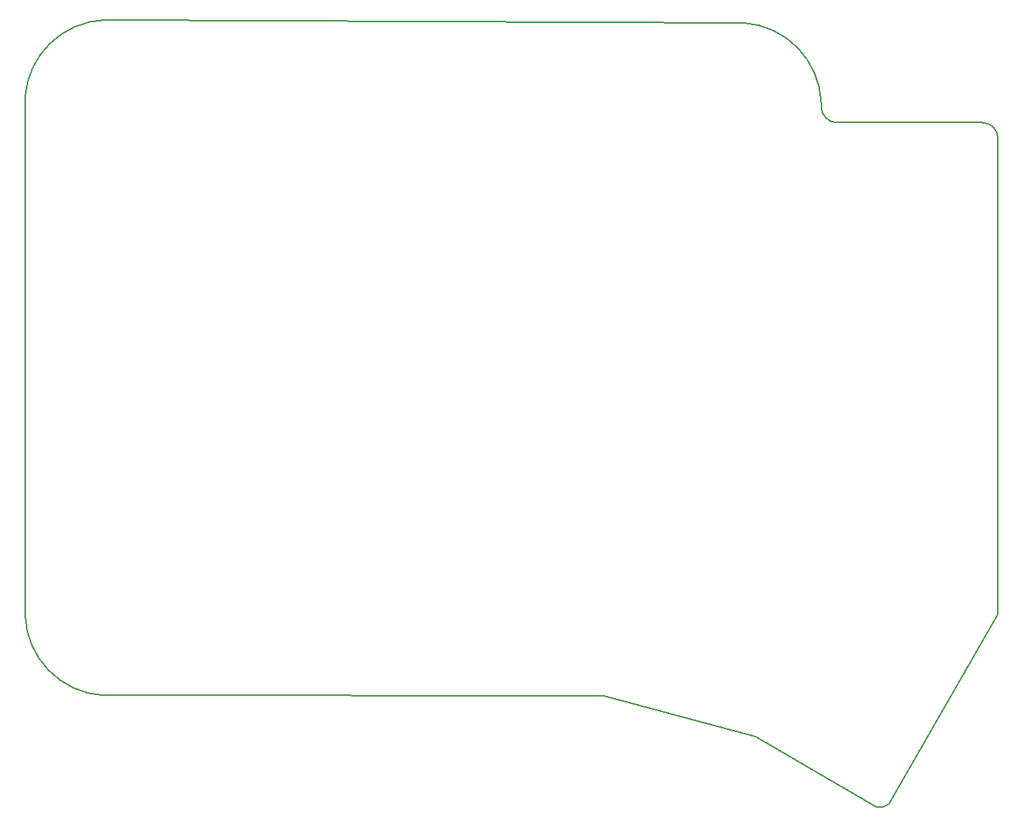
<source format=gm1>
G04 #@! TF.GenerationSoftware,KiCad,Pcbnew,7.0.8*
G04 #@! TF.CreationDate,2023-11-05T17:01:39-05:00*
G04 #@! TF.ProjectId,dance,64616e63-652e-46b6-9963-61645f706362,1.0*
G04 #@! TF.SameCoordinates,Original*
G04 #@! TF.FileFunction,Profile,NP*
%FSLAX46Y46*%
G04 Gerber Fmt 4.6, Leading zero omitted, Abs format (unit mm)*
G04 Created by KiCad (PCBNEW 7.0.8) date 2023-11-05 17:01:39*
%MOMM*%
%LPD*%
G01*
G04 APERTURE LIST*
G04 #@! TA.AperFunction,Profile*
%ADD10C,0.150000*%
G04 #@! TD*
G04 APERTURE END LIST*
D10*
X175768000Y-133654800D02*
X188214000Y-112014000D01*
X160477200Y-125984000D02*
X174288668Y-133959600D01*
X85910703Y-121246468D02*
X143154400Y-121259600D01*
X159107097Y-44407532D02*
X86800000Y-44069142D01*
X169800000Y-55800000D02*
X186400000Y-55800000D01*
X168005000Y-53538400D02*
X168000000Y-54000000D01*
X174288670Y-133959592D02*
G75*
G03*
X175768000Y-133654800I440030J1606692D01*
G01*
X77012800Y-93776800D02*
X77012800Y-110744000D01*
X77000000Y-53600000D02*
X77012800Y-76708000D01*
X188200000Y-57600000D02*
X188214000Y-112014000D01*
X86130868Y-44069142D02*
X86800000Y-44069142D01*
X168004985Y-53538401D02*
G75*
G03*
X159107097Y-44407533I-9504985J-361599D01*
G01*
X168000000Y-54000000D02*
G75*
G03*
X169800000Y-55800000I1800000J0D01*
G01*
X77012815Y-112115599D02*
G75*
G03*
X85910703Y-121246467I9504985J361599D01*
G01*
X188200000Y-57600000D02*
G75*
G03*
X186400000Y-55800000I-1800000J0D01*
G01*
X86130868Y-44069143D02*
G75*
G03*
X77000001Y-52967045I361632J-9505017D01*
G01*
X77012800Y-112115600D02*
X77012800Y-110744000D01*
X77000000Y-52967045D02*
X77000000Y-53600000D01*
X77012800Y-76708000D02*
X77012800Y-93776800D01*
X143154400Y-121259600D02*
X160477200Y-125984000D01*
M02*

</source>
